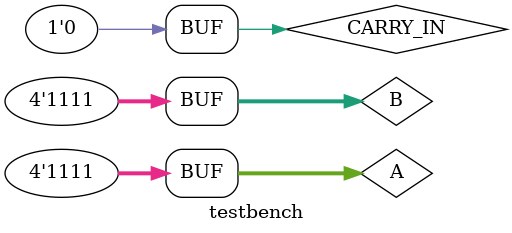
<source format=v>
`timescale 1ns / 1ps


module testbench(
 
    );

    reg [3:0] A, B;
    reg CARRY_IN;
    wire [3:0] S;
    wire CARRY_OUT;
    
    my_4_bit_adder dut(A, B, CARRY_IN, S, CARRY_OUT);
    
    initial begin
    
        A = 4'b0011; B = 4'b0011; CARRY_IN = 1'b0; #20;
        A = 4'b1011; B = 4'b0111; CARRY_IN = 1'b0; #20;
        A = 4'b1111; B = 4'b1111; CARRY_IN = 1'b0; #20;
        
    end
    
endmodule

</source>
